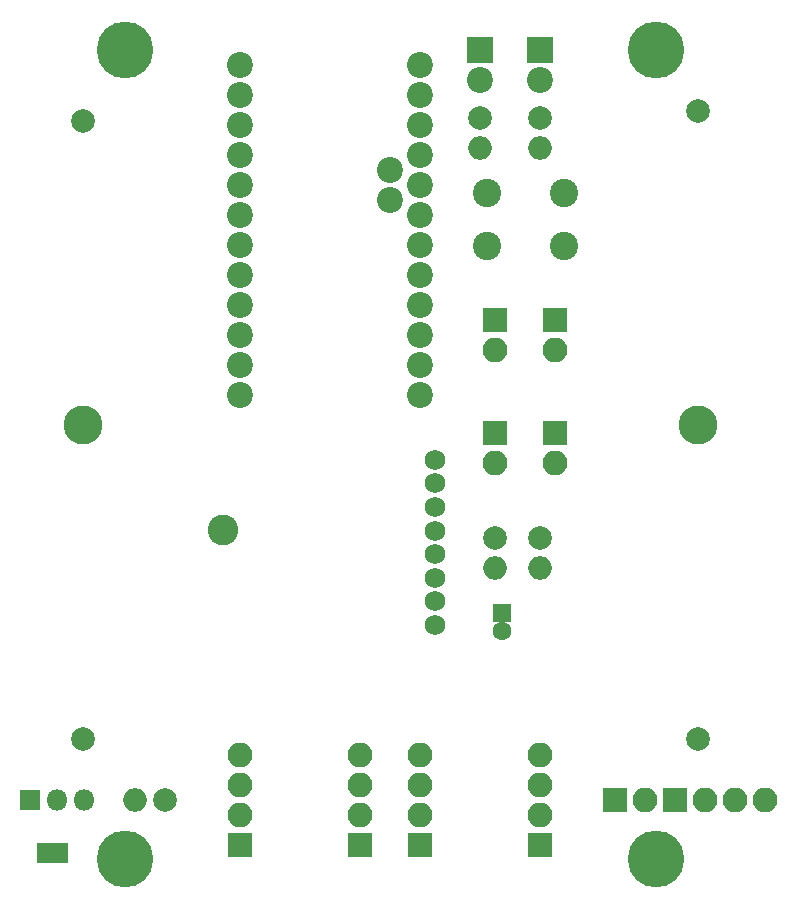
<source format=gbr>
G04 #@! TF.FileFunction,Soldermask,Bot*
%FSLAX46Y46*%
G04 Gerber Fmt 4.6, Leading zero omitted, Abs format (unit mm)*
G04 Created by KiCad (PCBNEW 4.0.7) date 07/30/18 21:45:08*
%MOMM*%
%LPD*%
G01*
G04 APERTURE LIST*
%ADD10C,0.100000*%
%ADD11C,2.000000*%
%ADD12C,3.300000*%
%ADD13R,1.600000X1.600000*%
%ADD14C,1.600000*%
%ADD15C,4.800000*%
%ADD16C,1.100000*%
%ADD17R,2.200000X2.200000*%
%ADD18C,2.200000*%
%ADD19C,2.600000*%
%ADD20C,1.750000*%
%ADD21C,2.400000*%
%ADD22R,2.100000X2.100000*%
%ADD23O,2.100000X2.100000*%
%ADD24O,2.000000X2.000000*%
%ADD25R,1.370000X1.670000*%
%ADD26R,1.800000X1.800000*%
%ADD27O,1.800000X1.800000*%
G04 APERTURE END LIST*
D10*
D11*
X164500000Y-139600000D03*
X164500000Y-86400000D03*
D12*
X164500000Y-113000000D03*
D13*
X147955000Y-128905000D03*
D14*
X147955000Y-130405000D03*
D15*
X116000000Y-81250000D03*
D16*
X117650000Y-81250000D03*
X117166726Y-82416726D03*
X116000000Y-82900000D03*
X114833274Y-82416726D03*
X114350000Y-81250000D03*
X114833274Y-80083274D03*
X116000000Y-79600000D03*
X117166726Y-80083274D03*
D15*
X161000000Y-81250000D03*
D16*
X162650000Y-81250000D03*
X162166726Y-82416726D03*
X161000000Y-82900000D03*
X159833274Y-82416726D03*
X159350000Y-81250000D03*
X159833274Y-80083274D03*
X161000000Y-79600000D03*
X162166726Y-80083274D03*
D15*
X161000000Y-149750000D03*
D16*
X162650000Y-149750000D03*
X162166726Y-150916726D03*
X161000000Y-151400000D03*
X159833274Y-150916726D03*
X159350000Y-149750000D03*
X159833274Y-148583274D03*
X161000000Y-148100000D03*
X162166726Y-148583274D03*
D17*
X146050000Y-81280000D03*
D18*
X146050000Y-83820000D03*
D19*
X124333000Y-121920000D03*
D20*
X142280000Y-115945000D03*
X142280000Y-129945000D03*
X142280000Y-127945000D03*
X142280000Y-125945000D03*
X142280000Y-123945000D03*
X142280000Y-121945000D03*
X142280000Y-119945000D03*
X142280000Y-117945000D03*
D21*
X146685000Y-97845000D03*
X146685000Y-93345000D03*
X153185000Y-97845000D03*
X153185000Y-93345000D03*
D17*
X151130000Y-81280000D03*
D18*
X151130000Y-83820000D03*
D22*
X157480000Y-144780000D03*
D23*
X160020000Y-144780000D03*
D22*
X151130000Y-148590000D03*
D23*
X151130000Y-146050000D03*
X151130000Y-143510000D03*
X151130000Y-140970000D03*
D22*
X125730000Y-148590000D03*
D23*
X125730000Y-146050000D03*
X125730000Y-143510000D03*
X125730000Y-140970000D03*
D22*
X162560000Y-144780000D03*
D23*
X165100000Y-144780000D03*
X167640000Y-144780000D03*
X170180000Y-144780000D03*
D11*
X112500000Y-87300000D03*
X112500000Y-139600000D03*
D12*
X112500000Y-113000000D03*
D22*
X147320000Y-113665000D03*
D23*
X147320000Y-116205000D03*
D22*
X152400000Y-113665000D03*
D23*
X152400000Y-116205000D03*
D22*
X147320000Y-104140000D03*
D23*
X147320000Y-106680000D03*
D22*
X152400000Y-104140000D03*
D23*
X152400000Y-106680000D03*
D22*
X140970000Y-148590000D03*
D23*
X140970000Y-146050000D03*
X140970000Y-143510000D03*
X140970000Y-140970000D03*
D22*
X135890000Y-148590000D03*
D23*
X135890000Y-146050000D03*
X135890000Y-143510000D03*
X135890000Y-140970000D03*
D15*
X116000000Y-149750000D03*
D16*
X117650000Y-149750000D03*
X117166726Y-150916726D03*
X116000000Y-151400000D03*
X114833274Y-150916726D03*
X114350000Y-149750000D03*
X114833274Y-148583274D03*
X116000000Y-148100000D03*
X117166726Y-148583274D03*
D11*
X151130000Y-122555000D03*
D24*
X151130000Y-125095000D03*
D11*
X147320000Y-122555000D03*
D24*
X147320000Y-125095000D03*
D11*
X151130000Y-86995000D03*
D24*
X151130000Y-89535000D03*
D11*
X146050000Y-86995000D03*
D24*
X146050000Y-89535000D03*
D11*
X119380000Y-144780000D03*
D24*
X116840000Y-144780000D03*
D25*
X109215000Y-149225000D03*
X110495000Y-149225000D03*
D26*
X107950000Y-144780000D03*
D27*
X110250000Y-144780000D03*
X112550000Y-144780000D03*
D18*
X140970000Y-110490000D03*
X140970000Y-107950000D03*
X140970000Y-105410000D03*
X140970000Y-102870000D03*
X140970000Y-100330000D03*
X140970000Y-97790000D03*
X140970000Y-95250000D03*
X140970000Y-92710000D03*
X140970000Y-90170000D03*
X140970000Y-87630000D03*
X140970000Y-85090000D03*
X140970000Y-82550000D03*
X125730000Y-82550000D03*
X125730000Y-85090000D03*
X125730000Y-87630000D03*
X125730000Y-90170000D03*
X125730000Y-92710000D03*
X125730000Y-95250000D03*
X125730000Y-97790000D03*
X125730000Y-100330000D03*
X125730000Y-102870000D03*
X125730000Y-105410000D03*
X125730000Y-107950000D03*
X125730000Y-110490000D03*
X138430000Y-93980000D03*
X138430000Y-91440000D03*
M02*

</source>
